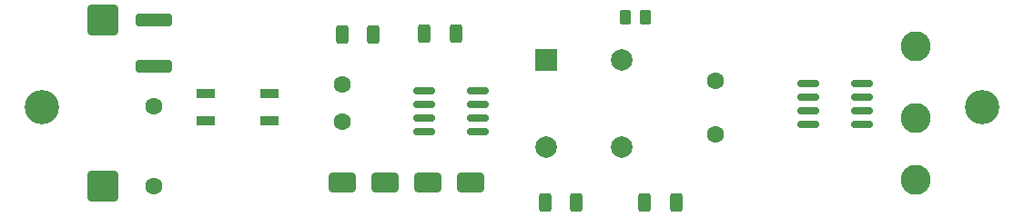
<source format=gts>
G04 #@! TF.GenerationSoftware,KiCad,Pcbnew,8.0.3*
G04 #@! TF.CreationDate,2025-08-12T15:57:27+07:00*
G04 #@! TF.ProjectId,si-hardware-downled,73692d68-6172-4647-9761-72652d646f77,rev?*
G04 #@! TF.SameCoordinates,Original*
G04 #@! TF.FileFunction,Soldermask,Top*
G04 #@! TF.FilePolarity,Negative*
%FSLAX46Y46*%
G04 Gerber Fmt 4.6, Leading zero omitted, Abs format (unit mm)*
G04 Created by KiCad (PCBNEW 8.0.3) date 2025-08-12 15:57:27*
%MOMM*%
%LPD*%
G01*
G04 APERTURE LIST*
G04 Aperture macros list*
%AMRoundRect*
0 Rectangle with rounded corners*
0 $1 Rounding radius*
0 $2 $3 $4 $5 $6 $7 $8 $9 X,Y pos of 4 corners*
0 Add a 4 corners polygon primitive as box body*
4,1,4,$2,$3,$4,$5,$6,$7,$8,$9,$2,$3,0*
0 Add four circle primitives for the rounded corners*
1,1,$1+$1,$2,$3*
1,1,$1+$1,$4,$5*
1,1,$1+$1,$6,$7*
1,1,$1+$1,$8,$9*
0 Add four rect primitives between the rounded corners*
20,1,$1+$1,$2,$3,$4,$5,0*
20,1,$1+$1,$4,$5,$6,$7,0*
20,1,$1+$1,$6,$7,$8,$9,0*
20,1,$1+$1,$8,$9,$2,$3,0*%
G04 Aperture macros list end*
%ADD10C,1.600000*%
%ADD11R,2.000000X2.000000*%
%ADD12C,2.000000*%
%ADD13C,3.200000*%
%ADD14RoundRect,0.250000X0.312500X0.625000X-0.312500X0.625000X-0.312500X-0.625000X0.312500X-0.625000X0*%
%ADD15RoundRect,0.250000X1.000000X0.650000X-1.000000X0.650000X-1.000000X-0.650000X1.000000X-0.650000X0*%
%ADD16RoundRect,0.250000X-1.000000X-0.650000X1.000000X-0.650000X1.000000X0.650000X-1.000000X0.650000X0*%
%ADD17RoundRect,0.250000X-0.262500X-0.450000X0.262500X-0.450000X0.262500X0.450000X-0.262500X0.450000X0*%
%ADD18RoundRect,0.250000X-1.450000X0.312500X-1.450000X-0.312500X1.450000X-0.312500X1.450000X0.312500X0*%
%ADD19RoundRect,0.150000X-0.825000X-0.150000X0.825000X-0.150000X0.825000X0.150000X-0.825000X0.150000X0*%
%ADD20R,1.792199X0.862800*%
%ADD21RoundRect,0.250001X-1.149999X1.149999X-1.149999X-1.149999X1.149999X-1.149999X1.149999X1.149999X0*%
%ADD22C,2.800000*%
G04 APERTURE END LIST*
D10*
X133086800Y-77966600D03*
X133086800Y-74466600D03*
X167834000Y-79105000D03*
X167834000Y-74105000D03*
D11*
X152037727Y-72146644D03*
D12*
X159068073Y-72146644D03*
X152037727Y-80333356D03*
X159068073Y-80333356D03*
D13*
X192630000Y-76610000D03*
D10*
X115535400Y-76462500D03*
X115535400Y-83962500D03*
D14*
X151969700Y-85464800D03*
X154894700Y-85464800D03*
D15*
X137086800Y-83610600D03*
X133086800Y-83610600D03*
D14*
X136011800Y-69822000D03*
X133086800Y-69822000D03*
D13*
X105130000Y-76610000D03*
D16*
X145043600Y-83610600D03*
X141043600Y-83610600D03*
D17*
X159428500Y-68223000D03*
X161253500Y-68223000D03*
D14*
X161240700Y-85464800D03*
X164165700Y-85464800D03*
D18*
X115535400Y-68490000D03*
X115535400Y-72765000D03*
D19*
X181418000Y-74378000D03*
X181418000Y-75648000D03*
X181418000Y-76918000D03*
X181418000Y-78188000D03*
X176468000Y-78188000D03*
X176468000Y-76918000D03*
X176468000Y-75648000D03*
X176468000Y-74378000D03*
X140746400Y-75050800D03*
X140746400Y-76320800D03*
X140746400Y-77590800D03*
X140746400Y-78860800D03*
X145696400Y-78860800D03*
X145696400Y-77590800D03*
X145696400Y-76320800D03*
X145696400Y-75050800D03*
D14*
X143671400Y-69742200D03*
X140746400Y-69742200D03*
D20*
X126305000Y-77830200D03*
X120386800Y-77830200D03*
X126305000Y-75330200D03*
X120386800Y-75330200D03*
D21*
X110811000Y-83947000D03*
D22*
X186436000Y-77597000D03*
X186436000Y-83383000D03*
D21*
X110811000Y-68474500D03*
D22*
X186436000Y-70866000D03*
M02*

</source>
